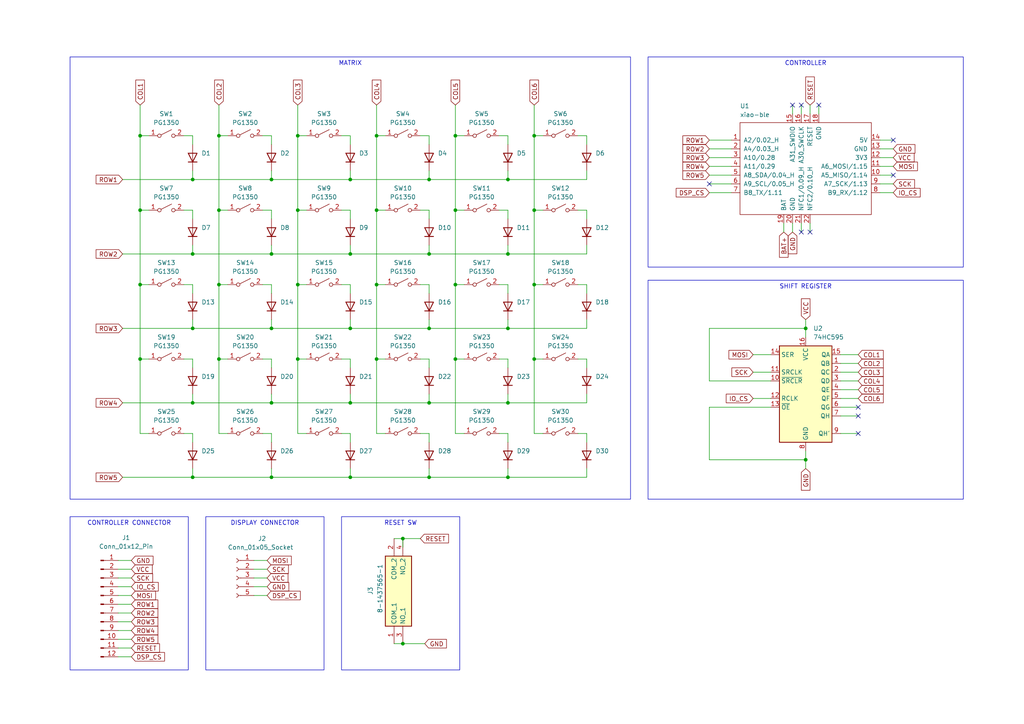
<source format=kicad_sch>
(kicad_sch (version 20231120) (generator "eeschema") (generator_version "8.0")
  (paper "A4")
  (lib_symbols
    (symbol "74xx:74HC595"
      (property "Reference" "U" (at -7.62 13.97 0))
      (property "Value" "74HC595" (at -7.62 -16.51 0))
      (symbol "74HC595_1_0"
        (pin tri_state line (at 10.16 7.62 180) (length 2.54) (name "QB") (number "1"))
        (pin input line (at -10.16 2.54 0) (length 2.54) (name "~{SRCLR}") (number "10"))
        (pin input line (at -10.16 5.08 0) (length 2.54) (name "SRCLK") (number "11"))
        (pin input line (at -10.16 -2.54 0) (length 2.54) (name "RCLK") (number "12"))
        (pin input line (at -10.16 -5.08 0) (length 2.54) (name "~{OE}") (number "13"))
        (pin input line (at -10.16 10.16 0) (length 2.54) (name "SER") (number "14"))
        (pin tri_state line (at 10.16 10.16 180) (length 2.54) (name "QA") (number "15"))
        (pin power_in line (at 0 15.24 270) (length 2.54) (name "VCC") (number "16"))
        (pin tri_state line (at 10.16 5.08 180) (length 2.54) (name "QC") (number "2"))
        (pin tri_state line (at 10.16 2.54 180) (length 2.54) (name "QD") (number "3"))
        (pin tri_state line (at 10.16 0 180) (length 2.54) (name "QE") (number "4"))
        (pin tri_state line (at 10.16 -2.54 180) (length 2.54) (name "QF") (number "5"))
        (pin tri_state line (at 10.16 -5.08 180) (length 2.54) (name "QG") (number "6"))
        (pin tri_state line (at 10.16 -7.62 180) (length 2.54) (name "QH") (number "7"))
        (pin power_in line (at 0 -17.78 90) (length 2.54) (name "GND") (number "8"))
        (pin output line (at 10.16 -12.7 180) (length 2.54) (name "QH'") (number "9"))
      )
    )
    (symbol "8-1437565-1:8-1437565-1"
      (property "Reference" "J" (at 26.67 7.62 0))
      (property "Value" "8-1437565-1" (at 26.67 5.08 0))
      (symbol "8-1437565-1_1_1"
        (pin passive line (at 0 0 0) (length 5.08) (name "COM_1") (number "1"))
        (pin passive line (at 30.48 0 180) (length 5.08) (name "COM_2") (number "2"))
        (pin passive line (at 0 -2.54 0) (length 5.08) (name "NO_1") (number "3"))
        (pin passive line (at 30.48 -2.54 180) (length 5.08) (name "NO_2") (number "4"))
      )
    )
    (symbol "Connector:Conn_01x05_Socket" (pin_names (offset 1.016) hide)
      (property "Reference" "J" (at 0 7.62 0))
      (property "Value" "Conn_01x05_Socket" (at 0 -7.62 0))
      (symbol "Conn_01x05_Socket_1_1"
        (pin passive line (at -5.08 5.08 0) (length 3.81) (name "Pin_1") (number "1"))
        (pin passive line (at -5.08 2.54 0) (length 3.81) (name "Pin_2") (number "2"))
        (pin passive line (at -5.08 0 0) (length 3.81) (name "Pin_3") (number "3"))
        (pin passive line (at -5.08 -2.54 0) (length 3.81) (name "Pin_4") (number "4"))
        (pin passive line (at -5.08 -5.08 0) (length 3.81) (name "Pin_5") (number "5"))
      )
    )
    (symbol "Connector:Conn_01x12_Pin" (pin_names (offset 1.016) hide)
      (property "Reference" "J" (at 0 15.24 0))
      (property "Value" "Conn_01x12_Pin" (at 0 -17.78 0))
      (symbol "Conn_01x12_Pin_1_1"
        (pin passive line (at 5.08 12.7 180) (length 3.81) (name "Pin_1") (number "1"))
        (pin passive line (at 5.08 -10.16 180) (length 3.81) (name "Pin_10") (number "10"))
        (pin passive line (at 5.08 -12.7 180) (length 3.81) (name "Pin_11") (number "11"))
        (pin passive line (at 5.08 -15.24 180) (length 3.81) (name "Pin_12") (number "12"))
        (pin passive line (at 5.08 10.16 180) (length 3.81) (name "Pin_2") (number "2"))
        (pin passive line (at 5.08 7.62 180) (length 3.81) (name "Pin_3") (number "3"))
        (pin passive line (at 5.08 5.08 180) (length 3.81) (name "Pin_4") (number "4"))
        (pin passive line (at 5.08 2.54 180) (length 3.81) (name "Pin_5") (number "5"))
        (pin passive line (at 5.08 0 180) (length 3.81) (name "Pin_6") (number "6"))
        (pin passive line (at 5.08 -2.54 180) (length 3.81) (name "Pin_7") (number "7"))
        (pin passive line (at 5.08 -5.08 180) (length 3.81) (name "Pin_8") (number "8"))
        (pin passive line (at 5.08 -7.62 180) (length 3.81) (name "Pin_9") (number "9"))
      )
    )
    (symbol "Device:D" (pin_numbers hide) (pin_names (offset 1.016) hide)
      (property "Reference" "D" (at 0 2.54 0))
      (property "Value" "D" (at 0 -2.54 0))
      (symbol "D_1_1"
        (pin passive line (at -3.81 0 0) (length 2.54) (name "K") (number "1"))
        (pin passive line (at 3.81 0 180) (length 2.54) (name "A") (number "2"))
      )
    )
    (symbol "Switch:SW_SPST" (pin_names (offset 0) hide)
      (property "Reference" "SW" (at 0 3.175 0))
      (property "Value" "SW_SPST" (at 0 -2.54 0))
      (symbol "SW_SPST_1_1"
        (pin passive line (at -5.08 0 0) (length 2.54) (name "A") (number "1"))
        (pin passive line (at 5.08 0 180) (length 2.54) (name "B") (number "2"))
      )
    )
    (symbol "mcu:xiao-ble" (pin_names (offset 1.016))
      (property "Reference" "U" (at -17.78 16.51 0))
      (property "Value" "xiao-ble" (at -15.24 13.97 0))
      (symbol "xiao-ble_1_1"
        (pin bidirectional line (at -21.59 7.62 0) (length 2.54) (name "A2/0.02_H") (number "1"))
        (pin bidirectional line (at 21.59 -2.54 180) (length 2.54) (name "A5_MISO/1.14") (number "10"))
        (pin bidirectional line (at 21.59 0 180) (length 2.54) (name "A6_MOSI/1.15") (number "11"))
        (pin power_out line (at 21.59 2.54 180) (length 2.54) (name "3V3") (number "12"))
        (pin power_out line (at 21.59 5.08 180) (length 2.54) (name "GND") (number "13"))
        (pin power_out line (at 21.59 7.62 180) (length 2.54) (name "5V") (number "14"))
        (pin input line (at -3.81 15.24 270) (length 2.54) (name "A31_SWDIO") (number "15"))
        (pin input line (at -1.27 15.24 270) (length 2.54) (name "A30_SWCLK") (number "16"))
        (pin input line (at 1.27 15.24 270) (length 2.54) (name "RESET") (number "17"))
        (pin power_out line (at 3.81 15.24 270) (length 2.54) (name "GND") (number "18"))
        (pin bidirectional line (at -6.35 -16.51 90) (length 2.54) (name "BAT") (number "19"))
        (pin bidirectional line (at -21.59 5.08 0) (length 2.54) (name "A4/0.03_H") (number "2"))
        (pin power_out line (at -3.81 -16.51 90) (length 2.54) (name "GND") (number "20"))
        (pin bidirectional line (at -1.27 -16.51 90) (length 2.54) (name "NFC1/0.09_H") (number "21"))
        (pin bidirectional line (at 1.27 -16.51 90) (length 2.54) (name "NFC2/0.10_H") (number "22"))
        (pin bidirectional line (at -21.59 2.54 0) (length 2.54) (name "A10/0.28") (number "3"))
        (pin bidirectional line (at -21.59 0 0) (length 2.54) (name "A11/0.29") (number "4"))
        (pin bidirectional line (at -21.59 -2.54 0) (length 2.54) (name "A8_SDA/0.04_H") (number "5"))
        (pin bidirectional line (at -21.59 -5.08 0) (length 2.54) (name "A9_SCL/0.05_H") (number "6"))
        (pin bidirectional line (at -21.59 -7.62 0) (length 2.54) (name "B8_TX/1.11") (number "7"))
        (pin bidirectional line (at 21.59 -7.62 180) (length 2.54) (name "B9_RX/1.12") (number "8"))
        (pin bidirectional line (at 21.59 -5.08 180) (length 2.54) (name "A7_SCK/1.13") (number "9"))
      )
    )
  )
  (junction (at 109.22 104.14))
  (junction (at 147.32 116.84))
  (junction (at 147.32 52.07))
  (junction (at 40.64 104.14))
  (junction (at 109.22 60.96))
  (junction (at 132.08 82.55))
  (junction (at 63.5 39.37))
  (junction (at 63.5 60.96))
  (junction (at 154.94 82.55))
  (junction (at 147.32 138.43))
  (junction (at 101.6 73.66))
  (junction (at 78.74 52.07))
  (junction (at 109.22 82.55))
  (junction (at 55.88 52.07))
  (junction (at 101.6 52.07))
  (junction (at 55.88 95.25))
  (junction (at 55.88 138.43))
  (junction (at 124.46 73.66))
  (junction (at 132.08 39.37))
  (junction (at 116.84 156.21))
  (junction (at 63.5 104.14))
  (junction (at 86.36 60.96))
  (junction (at 40.64 39.37))
  (junction (at 101.6 138.43))
  (junction (at 132.08 60.96))
  (junction (at 233.68 133.35))
  (junction (at 154.94 104.14))
  (junction (at 55.88 116.84))
  (junction (at 86.36 104.14))
  (junction (at 63.5 82.55))
  (junction (at 124.46 52.07))
  (junction (at 233.68 95.25))
  (junction (at 78.74 73.66))
  (junction (at 78.74 138.43))
  (junction (at 116.84 186.69))
  (junction (at 40.64 60.96))
  (junction (at 132.08 104.14))
  (junction (at 55.88 73.66))
  (junction (at 154.94 39.37))
  (junction (at 101.6 116.84))
  (junction (at 154.94 60.96))
  (junction (at 147.32 73.66))
  (junction (at 101.6 95.25))
  (junction (at 86.36 82.55))
  (junction (at 109.22 39.37))
  (junction (at 40.64 82.55))
  (junction (at 124.46 116.84))
  (junction (at 124.46 138.43))
  (junction (at 147.32 95.25))
  (junction (at 78.74 95.25))
  (junction (at 124.46 95.25))
  (junction (at 86.36 39.37))
  (junction (at 78.74 116.84))
  (no_connect (at 259.08 50.8))
  (no_connect (at 234.95 67.31))
  (no_connect (at 237.49 30.48))
  (no_connect (at 248.92 125.73))
  (no_connect (at 232.41 30.48))
  (no_connect (at 205.74 53.34))
  (no_connect (at 232.41 67.31))
  (no_connect (at 259.08 40.64))
  (no_connect (at 229.87 30.48))
  (no_connect (at 248.92 118.11))
  (no_connect (at 248.92 120.65))
  (wire (pts (xy 132.08 104.14) (xy 134.62 104.14)))
  (wire (pts (xy 55.88 125.73) (xy 55.88 128.27)))
  (wire (pts (xy 233.68 92.71) (xy 233.68 95.25)))
  (wire (pts (xy 78.74 39.37) (xy 78.74 41.91)))
  (wire (pts (xy 132.08 39.37) (xy 134.62 39.37)))
  (wire (pts (xy 38.1 165.1) (xy 34.29 165.1)))
  (wire (pts (xy 63.5 125.73) (xy 66.04 125.73)))
  (wire (pts (xy 38.1 170.18) (xy 34.29 170.18)))
  (wire (pts (xy 233.68 130.81) (xy 233.68 133.35)))
  (wire (pts (xy 38.1 175.26) (xy 34.29 175.26)))
  (wire (pts (xy 147.32 138.43) (xy 170.18 138.43)))
  (wire (pts (xy 86.36 60.96) (xy 88.9 60.96)))
  (wire (pts (xy 132.08 82.55) (xy 134.62 82.55)))
  (wire (pts (xy 124.46 92.71) (xy 124.46 95.25)))
  (wire (pts (xy 205.74 53.34) (xy 212.09 53.34)))
  (wire (pts (xy 147.32 82.55) (xy 147.32 85.09)))
  (wire (pts (xy 86.36 39.37) (xy 88.9 39.37)))
  (wire (pts (xy 255.27 43.18) (xy 259.08 43.18)))
  (wire (pts (xy 167.64 104.14) (xy 170.18 104.14)))
  (wire (pts (xy 63.5 60.96) (xy 63.5 82.55)))
  (wire (pts (xy 101.6 125.73) (xy 101.6 128.27)))
  (wire (pts (xy 55.88 116.84) (xy 78.74 116.84)))
  (wire (pts (xy 78.74 73.66) (xy 101.6 73.66)))
  (wire (pts (xy 147.32 39.37) (xy 147.32 41.91)))
  (wire (pts (xy 243.84 120.65) (xy 248.92 120.65)))
  (wire (pts (xy 55.88 82.55) (xy 55.88 85.09)))
  (wire (pts (xy 147.32 114.3) (xy 147.32 116.84)))
  (wire (pts (xy 78.74 52.07) (xy 101.6 52.07)))
  (wire (pts (xy 63.5 60.96) (xy 66.04 60.96)))
  (wire (pts (xy 101.6 60.96) (xy 101.6 63.5)))
  (wire (pts (xy 124.46 49.53) (xy 124.46 52.07)))
  (wire (pts (xy 232.41 64.77) (xy 232.41 67.31)))
  (wire (pts (xy 154.94 104.14) (xy 154.94 125.73)))
  (wire (pts (xy 76.2 39.37) (xy 78.74 39.37)))
  (wire (pts (xy 154.94 82.55) (xy 154.94 104.14)))
  (wire (pts (xy 124.46 116.84) (xy 147.32 116.84)))
  (wire (pts (xy 154.94 60.96) (xy 157.48 60.96)))
  (wire (pts (xy 40.64 82.55) (xy 43.18 82.55)))
  (wire (pts (xy 63.5 82.55) (xy 66.04 82.55)))
  (wire (pts (xy 76.2 60.96) (xy 78.74 60.96)))
  (wire (pts (xy 109.22 60.96) (xy 111.76 60.96)))
  (wire (pts (xy 78.74 95.25) (xy 101.6 95.25)))
  (wire (pts (xy 132.08 82.55) (xy 132.08 104.14)))
  (wire (pts (xy 147.32 71.12) (xy 147.32 73.66)))
  (wire (pts (xy 101.6 114.3) (xy 101.6 116.84)))
  (wire (pts (xy 233.68 95.25) (xy 233.68 97.79)))
  (wire (pts (xy 38.1 177.8) (xy 34.29 177.8)))
  (wire (pts (xy 170.18 39.37) (xy 170.18 41.91)))
  (wire (pts (xy 101.6 95.25) (xy 124.46 95.25)))
  (wire (pts (xy 154.94 39.37) (xy 154.94 60.96)))
  (wire (pts (xy 78.74 92.71) (xy 78.74 95.25)))
  (wire (pts (xy 121.92 39.37) (xy 124.46 39.37)))
  (wire (pts (xy 147.32 60.96) (xy 147.32 63.5)))
  (wire (pts (xy 229.87 64.77) (xy 229.87 67.31)))
  (wire (pts (xy 73.66 167.64) (xy 77.47 167.64)))
  (wire (pts (xy 109.22 125.73) (xy 111.76 125.73)))
  (wire (pts (xy 243.84 113.03) (xy 248.92 113.03)))
  (wire (pts (xy 121.92 82.55) (xy 124.46 82.55)))
  (wire (pts (xy 147.32 95.25) (xy 170.18 95.25)))
  (wire (pts (xy 63.5 39.37) (xy 66.04 39.37)))
  (wire (pts (xy 121.92 60.96) (xy 124.46 60.96)))
  (wire (pts (xy 255.27 45.72) (xy 259.08 45.72)))
  (wire (pts (xy 63.5 104.14) (xy 63.5 125.73)))
  (wire (pts (xy 132.08 39.37) (xy 132.08 60.96)))
  (wire (pts (xy 101.6 116.84) (xy 124.46 116.84)))
  (wire (pts (xy 86.36 30.48) (xy 86.36 39.37)))
  (wire (pts (xy 101.6 39.37) (xy 101.6 41.91)))
  (wire (pts (xy 40.64 104.14) (xy 40.64 125.73)))
  (wire (pts (xy 73.66 172.72) (xy 77.47 172.72)))
  (wire (pts (xy 167.64 125.73) (xy 170.18 125.73)))
  (wire (pts (xy 38.1 180.34) (xy 34.29 180.34)))
  (wire (pts (xy 124.46 73.66) (xy 147.32 73.66)))
  (wire (pts (xy 255.27 53.34) (xy 259.08 53.34)))
  (wire (pts (xy 78.74 104.14) (xy 78.74 106.68)))
  (wire (pts (xy 38.1 172.72) (xy 34.29 172.72)))
  (wire (pts (xy 53.34 39.37) (xy 55.88 39.37)))
  (wire (pts (xy 205.74 133.35) (xy 205.74 118.11)))
  (wire (pts (xy 144.78 39.37) (xy 147.32 39.37)))
  (wire (pts (xy 147.32 49.53) (xy 147.32 52.07)))
  (wire (pts (xy 55.88 104.14) (xy 55.88 106.68)))
  (wire (pts (xy 132.08 104.14) (xy 132.08 125.73)))
  (wire (pts (xy 144.78 60.96) (xy 147.32 60.96)))
  (wire (pts (xy 99.06 60.96) (xy 101.6 60.96)))
  (wire (pts (xy 205.74 118.11) (xy 223.52 118.11)))
  (wire (pts (xy 55.88 49.53) (xy 55.88 52.07)))
  (wire (pts (xy 205.74 50.8) (xy 212.09 50.8)))
  (wire (pts (xy 132.08 60.96) (xy 134.62 60.96)))
  (wire (pts (xy 124.46 135.89) (xy 124.46 138.43)))
  (wire (pts (xy 170.18 52.07) (xy 170.18 49.53)))
  (wire (pts (xy 147.32 116.84) (xy 170.18 116.84)))
  (wire (pts (xy 86.36 104.14) (xy 88.9 104.14)))
  (wire (pts (xy 86.36 125.73) (xy 88.9 125.73)))
  (wire (pts (xy 55.88 71.12) (xy 55.88 73.66)))
  (wire (pts (xy 243.84 125.73) (xy 248.92 125.73)))
  (wire (pts (xy 40.64 60.96) (xy 40.64 82.55)))
  (wire (pts (xy 73.66 170.18) (xy 77.47 170.18)))
  (wire (pts (xy 73.66 162.56) (xy 77.47 162.56)))
  (wire (pts (xy 147.32 73.66) (xy 170.18 73.66)))
  (wire (pts (xy 35.56 116.84) (xy 55.88 116.84)))
  (wire (pts (xy 229.87 30.48) (xy 229.87 33.02)))
  (wire (pts (xy 154.94 82.55) (xy 157.48 82.55)))
  (wire (pts (xy 55.88 95.25) (xy 78.74 95.25)))
  (wire (pts (xy 101.6 82.55) (xy 101.6 85.09)))
  (wire (pts (xy 78.74 138.43) (xy 101.6 138.43)))
  (wire (pts (xy 154.94 125.73) (xy 157.48 125.73)))
  (wire (pts (xy 53.34 60.96) (xy 55.88 60.96)))
  (wire (pts (xy 40.64 82.55) (xy 40.64 104.14)))
  (wire (pts (xy 167.64 82.55) (xy 170.18 82.55)))
  (wire (pts (xy 147.32 92.71) (xy 147.32 95.25)))
  (wire (pts (xy 243.84 102.87) (xy 248.92 102.87)))
  (wire (pts (xy 147.32 104.14) (xy 147.32 106.68)))
  (wire (pts (xy 38.1 162.56) (xy 34.29 162.56)))
  (wire (pts (xy 101.6 49.53) (xy 101.6 52.07)))
  (wire (pts (xy 109.22 104.14) (xy 109.22 125.73)))
  (wire (pts (xy 78.74 82.55) (xy 78.74 85.09)))
  (wire (pts (xy 132.08 30.48) (xy 132.08 39.37)))
  (wire (pts (xy 170.18 104.14) (xy 170.18 106.68)))
  (wire (pts (xy 78.74 116.84) (xy 101.6 116.84)))
  (wire (pts (xy 233.68 95.25) (xy 205.74 95.25)))
  (wire (pts (xy 124.46 71.12) (xy 124.46 73.66)))
  (wire (pts (xy 99.06 82.55) (xy 101.6 82.55)))
  (wire (pts (xy 63.5 39.37) (xy 63.5 60.96)))
  (wire (pts (xy 63.5 104.14) (xy 66.04 104.14)))
  (wire (pts (xy 243.84 107.95) (xy 248.92 107.95)))
  (wire (pts (xy 255.27 55.88) (xy 259.08 55.88)))
  (wire (pts (xy 255.27 50.8) (xy 259.08 50.8)))
  (wire (pts (xy 170.18 82.55) (xy 170.18 85.09)))
  (wire (pts (xy 109.22 82.55) (xy 111.76 82.55)))
  (wire (pts (xy 218.44 102.87) (xy 223.52 102.87)))
  (wire (pts (xy 55.88 73.66) (xy 78.74 73.66)))
  (wire (pts (xy 232.41 30.48) (xy 232.41 33.02)))
  (wire (pts (xy 144.78 104.14) (xy 147.32 104.14)))
  (wire (pts (xy 116.84 156.21) (xy 116.84 158.75)))
  (wire (pts (xy 86.36 82.55) (xy 88.9 82.55)))
  (wire (pts (xy 227.33 64.77) (xy 227.33 67.31)))
  (wire (pts (xy 170.18 60.96) (xy 170.18 63.5)))
  (wire (pts (xy 40.64 60.96) (xy 43.18 60.96)))
  (wire (pts (xy 124.46 82.55) (xy 124.46 85.09)))
  (wire (pts (xy 55.88 60.96) (xy 55.88 63.5)))
  (wire (pts (xy 121.92 125.73) (xy 124.46 125.73)))
  (wire (pts (xy 78.74 71.12) (xy 78.74 73.66)))
  (wire (pts (xy 116.84 186.69) (xy 123.19 186.69)))
  (wire (pts (xy 38.1 185.42) (xy 34.29 185.42)))
  (wire (pts (xy 40.64 104.14) (xy 43.18 104.14)))
  (wire (pts (xy 243.84 115.57) (xy 248.92 115.57)))
  (wire (pts (xy 237.49 30.48) (xy 237.49 33.02)))
  (wire (pts (xy 78.74 49.53) (xy 78.74 52.07)))
  (wire (pts (xy 205.74 55.88) (xy 212.09 55.88)))
  (wire (pts (xy 114.3 186.69) (xy 116.84 186.69)))
  (wire (pts (xy 154.94 39.37) (xy 157.48 39.37)))
  (wire (pts (xy 124.46 114.3) (xy 124.46 116.84)))
  (wire (pts (xy 234.95 30.48) (xy 234.95 33.02)))
  (wire (pts (xy 35.56 73.66) (xy 55.88 73.66)))
  (wire (pts (xy 53.34 82.55) (xy 55.88 82.55)))
  (wire (pts (xy 121.92 104.14) (xy 124.46 104.14)))
  (wire (pts (xy 144.78 82.55) (xy 147.32 82.55)))
  (wire (pts (xy 38.1 182.88) (xy 34.29 182.88)))
  (wire (pts (xy 55.88 135.89) (xy 55.88 138.43)))
  (wire (pts (xy 243.84 105.41) (xy 248.92 105.41)))
  (wire (pts (xy 76.2 104.14) (xy 78.74 104.14)))
  (wire (pts (xy 101.6 135.89) (xy 101.6 138.43)))
  (wire (pts (xy 218.44 115.57) (xy 223.52 115.57)))
  (wire (pts (xy 124.46 125.73) (xy 124.46 128.27)))
  (wire (pts (xy 109.22 104.14) (xy 111.76 104.14)))
  (wire (pts (xy 109.22 60.96) (xy 109.22 82.55)))
  (wire (pts (xy 55.88 52.07) (xy 78.74 52.07)))
  (wire (pts (xy 132.08 60.96) (xy 132.08 82.55)))
  (wire (pts (xy 78.74 114.3) (xy 78.74 116.84)))
  (wire (pts (xy 109.22 82.55) (xy 109.22 104.14)))
  (wire (pts (xy 124.46 104.14) (xy 124.46 106.68)))
  (wire (pts (xy 170.18 138.43) (xy 170.18 135.89)))
  (wire (pts (xy 205.74 43.18) (xy 212.09 43.18)))
  (wire (pts (xy 124.46 60.96) (xy 124.46 63.5)))
  (wire (pts (xy 55.88 92.71) (xy 55.88 95.25)))
  (wire (pts (xy 86.36 82.55) (xy 86.36 104.14)))
  (wire (pts (xy 73.66 165.1) (xy 77.47 165.1)))
  (wire (pts (xy 34.29 190.5) (xy 38.1 190.5)))
  (wire (pts (xy 132.08 125.73) (xy 134.62 125.73)))
  (wire (pts (xy 147.32 52.07) (xy 170.18 52.07)))
  (wire (pts (xy 243.84 118.11) (xy 248.92 118.11)))
  (wire (pts (xy 255.27 48.26) (xy 259.08 48.26)))
  (wire (pts (xy 86.36 104.14) (xy 86.36 125.73)))
  (wire (pts (xy 124.46 39.37) (xy 124.46 41.91)))
  (wire (pts (xy 40.64 39.37) (xy 43.18 39.37)))
  (wire (pts (xy 234.95 64.77) (xy 234.95 67.31)))
  (wire (pts (xy 35.56 52.07) (xy 55.88 52.07)))
  (wire (pts (xy 255.27 40.64) (xy 259.08 40.64)))
  (wire (pts (xy 40.64 39.37) (xy 40.64 60.96)))
  (wire (pts (xy 53.34 104.14) (xy 55.88 104.14)))
  (wire (pts (xy 170.18 73.66) (xy 170.18 71.12)))
  (wire (pts (xy 101.6 92.71) (xy 101.6 95.25)))
  (wire (pts (xy 78.74 135.89) (xy 78.74 138.43)))
  (wire (pts (xy 243.84 110.49) (xy 248.92 110.49)))
  (wire (pts (xy 205.74 95.25) (xy 205.74 110.49)))
  (wire (pts (xy 167.64 39.37) (xy 170.18 39.37)))
  (wire (pts (xy 99.06 39.37) (xy 101.6 39.37)))
  (wire (pts (xy 78.74 125.73) (xy 78.74 128.27)))
  (wire (pts (xy 147.32 125.73) (xy 147.32 128.27)))
  (wire (pts (xy 99.06 104.14) (xy 101.6 104.14)))
  (wire (pts (xy 170.18 125.73) (xy 170.18 128.27)))
  (wire (pts (xy 114.3 156.21) (xy 116.84 156.21)))
  (wire (pts (xy 86.36 39.37) (xy 86.36 60.96)))
  (wire (pts (xy 63.5 82.55) (xy 63.5 104.14)))
  (wire (pts (xy 35.56 138.43) (xy 55.88 138.43)))
  (wire (pts (xy 109.22 39.37) (xy 109.22 60.96)))
  (wire (pts (xy 86.36 60.96) (xy 86.36 82.55)))
  (wire (pts (xy 76.2 125.73) (xy 78.74 125.73)))
  (wire (pts (xy 109.22 39.37) (xy 111.76 39.37)))
  (wire (pts (xy 63.5 30.48) (xy 63.5 39.37)))
  (wire (pts (xy 170.18 116.84) (xy 170.18 114.3)))
  (wire (pts (xy 167.64 60.96) (xy 170.18 60.96)))
  (wire (pts (xy 154.94 60.96) (xy 154.94 82.55)))
  (wire (pts (xy 101.6 71.12) (xy 101.6 73.66)))
  (wire (pts (xy 144.78 125.73) (xy 147.32 125.73)))
  (wire (pts (xy 53.34 125.73) (xy 55.88 125.73)))
  (wire (pts (xy 109.22 30.48) (xy 109.22 39.37)))
  (wire (pts (xy 233.68 133.35) (xy 205.74 133.35)))
  (wire (pts (xy 124.46 52.07) (xy 147.32 52.07)))
  (wire (pts (xy 205.74 40.64) (xy 212.09 40.64)))
  (wire (pts (xy 154.94 104.14) (xy 157.48 104.14)))
  (wire (pts (xy 205.74 48.26) (xy 212.09 48.26)))
  (wire (pts (xy 76.2 82.55) (xy 78.74 82.55)))
  (wire (pts (xy 78.74 60.96) (xy 78.74 63.5)))
  (wire (pts (xy 101.6 73.66) (xy 124.46 73.66)))
  (wire (pts (xy 40.64 125.73) (xy 43.18 125.73)))
  (wire (pts (xy 124.46 95.25) (xy 147.32 95.25)))
  (wire (pts (xy 101.6 104.14) (xy 101.6 106.68)))
  (wire (pts (xy 55.88 138.43) (xy 78.74 138.43)))
  (wire (pts (xy 55.88 39.37) (xy 55.88 41.91)))
  (wire (pts (xy 40.64 30.48) (xy 40.64 39.37)))
  (wire (pts (xy 233.68 133.35) (xy 233.68 135.89)))
  (wire (pts (xy 35.56 95.25) (xy 55.88 95.25)))
  (wire (pts (xy 38.1 187.96) (xy 34.29 187.96)))
  (wire (pts (xy 205.74 110.49) (xy 223.52 110.49)))
  (wire (pts (xy 121.92 156.21) (xy 116.84 156.21)))
  (wire (pts (xy 205.74 45.72) (xy 212.09 45.72)))
  (wire (pts (xy 124.46 138.43) (xy 147.32 138.43)))
  (wire (pts (xy 170.18 95.25) (xy 170.18 92.71)))
  (wire (pts (xy 55.88 114.3) (xy 55.88 116.84)))
  (wire (pts (xy 101.6 52.07) (xy 124.46 52.07)))
  (wire (pts (xy 99.06 125.73) (xy 101.6 125.73)))
  (wire (pts (xy 218.44 107.95) (xy 223.52 107.95)))
  (wire (pts (xy 147.32 135.89) (xy 147.32 138.43)))
  (wire (pts (xy 38.1 167.64) (xy 34.29 167.64)))
  (wire (pts (xy 101.6 138.43) (xy 124.46 138.43)))
  (wire (pts (xy 154.94 30.48) (xy 154.94 39.37)))
  (text_box "SHIFT REGISTER" (at 187.96 81.28 0) (size 91.44 63.5) (effects (font (size 1.27 1.27)) (justify top)))
  (text_box "MATRIX" (at 20.32 16.51 0) (size 162.56 128.27) (effects (font (size 1.27 1.27)) (justify top)))
  (text_box "DISPLAY CONNECTOR\n" (at 59.69 149.86 0) (size 34.29 44.45) (effects (font (size 1.27 1.27)) (justify top)))
  (text_box "CONTROLLER" (at 187.96 16.51 0) (size 91.44 60.96) (effects (font (size 1.27 1.27)) (justify top)))
  (text_box "RESET SW" (at 99.06 149.86 0) (size 34.29 44.45) (effects (font (size 1.27 1.27)) (justify top)))
  (text_box "CONTROLLER CONNECTOR" (at 20.32 149.86 0) (size 34.29 44.45) (effects (font (size 1.27 1.27)) (justify top)))
  (global_label "VCC" (shape input) (at 233.68 92.71 90) (property "Intersheetrefs" "${INTERSHEET_REFS}" (effects (hide yes))))
  (global_label "COL1" (shape input) (at 248.92 102.87 0) (property "Intersheetrefs" "${INTERSHEET_REFS}" (effects (hide yes))))
  (global_label "ROW5" (shape input) (at 35.56 138.43 180) (property "Intersheetrefs" "${INTERSHEET_REFS}" (effects (hide yes))))
  (global_label "IO_CS" (shape input) (at 38.1 170.18 0) (property "Intersheetrefs" "${INTERSHEET_REFS}" (effects (hide yes))))
  (global_label "COL3" (shape input) (at 248.92 107.95 0) (property "Intersheetrefs" "${INTERSHEET_REFS}" (effects (hide yes))))
  (global_label "COL6" (shape input) (at 154.94 30.48 90) (property "Intersheetrefs" "${INTERSHEET_REFS}" (effects (hide yes))))
  (global_label "IO_CS" (shape input) (at 259.08 55.88 0) (property "Intersheetrefs" "${INTERSHEET_REFS}" (effects (hide yes))))
  (global_label "BAT+" (shape input) (at 227.33 67.31 270) (property "Intersheetrefs" "${INTERSHEET_REFS}" (effects (hide yes))))
  (global_label "SCK" (shape input) (at 38.1 167.64 0) (property "Intersheetrefs" "${INTERSHEET_REFS}" (effects (hide yes))))
  (global_label "GND" (shape input) (at 259.08 43.18 0) (property "Intersheetrefs" "${INTERSHEET_REFS}" (effects (hide yes))))
  (global_label "ROW2" (shape input) (at 35.56 73.66 180) (property "Intersheetrefs" "${INTERSHEET_REFS}" (effects (hide yes))))
  (global_label "COL4" (shape input) (at 248.92 110.49 0) (property "Intersheetrefs" "${INTERSHEET_REFS}" (effects (hide yes))))
  (global_label "MOSI" (shape input) (at 259.08 48.26 0) (property "Intersheetrefs" "${INTERSHEET_REFS}" (effects (hide yes))))
  (global_label "VCC" (shape input) (at 38.1 165.1 0) (property "Intersheetrefs" "${INTERSHEET_REFS}" (effects (hide yes))))
  (global_label "ROW1" (shape input) (at 38.1 175.26 0) (property "Intersheetrefs" "${INTERSHEET_REFS}" (effects (hide yes))))
  (global_label "ROW1" (shape input) (at 205.74 40.64 180) (property "Intersheetrefs" "${INTERSHEET_REFS}" (effects (hide yes))))
  (global_label "COL1" (shape input) (at 40.64 30.48 90) (property "Intersheetrefs" "${INTERSHEET_REFS}" (effects (hide yes))))
  (global_label "COL6" (shape input) (at 248.92 115.57 0) (property "Intersheetrefs" "${INTERSHEET_REFS}" (effects (hide yes))))
  (global_label "RESET" (shape input) (at 38.1 187.96 0) (property "Intersheetrefs" "${INTERSHEET_REFS}" (effects (hide yes))))
  (global_label "ROW3" (shape input) (at 205.74 45.72 180) (property "Intersheetrefs" "${INTERSHEET_REFS}" (effects (hide yes))))
  (global_label "COL5" (shape input) (at 132.08 30.48 90) (property "Intersheetrefs" "${INTERSHEET_REFS}" (effects (hide yes))))
  (global_label "COL5" (shape input) (at 248.92 113.03 0) (property "Intersheetrefs" "${INTERSHEET_REFS}" (effects (hide yes))))
  (global_label "ROW4" (shape input) (at 205.74 48.26 180) (property "Intersheetrefs" "${INTERSHEET_REFS}" (effects (hide yes))))
  (global_label "SCK" (shape input) (at 77.47 165.1 0) (property "Intersheetrefs" "${INTERSHEET_REFS}" (effects (hide yes))))
  (global_label "RESET" (shape input) (at 121.92 156.21 0) (property "Intersheetrefs" "${INTERSHEET_REFS}" (effects (hide yes))))
  (global_label "ROW4" (shape input) (at 38.1 182.88 0) (property "Intersheetrefs" "${INTERSHEET_REFS}" (effects (hide yes))))
  (global_label "GND" (shape input) (at 229.87 67.31 270) (property "Intersheetrefs" "${INTERSHEET_REFS}" (effects (hide yes))))
  (global_label "IO_CS" (shape input) (at 218.44 115.57 180) (property "Intersheetrefs" "${INTERSHEET_REFS}" (effects (hide yes))))
  (global_label "SCK" (shape input) (at 259.08 53.34 0) (property "Intersheetrefs" "${INTERSHEET_REFS}" (effects (hide yes))))
  (global_label "ROW4" (shape input) (at 35.56 116.84 180) (property "Intersheetrefs" "${INTERSHEET_REFS}" (effects (hide yes))))
  (global_label "RESET" (shape input) (at 234.95 30.48 90) (property "Intersheetrefs" "${INTERSHEET_REFS}" (effects (hide yes))))
  (global_label "MOSI" (shape input) (at 77.47 162.56 0) (property "Intersheetrefs" "${INTERSHEET_REFS}" (effects (hide yes))))
  (global_label "GND" (shape input) (at 233.68 135.89 270) (property "Intersheetrefs" "${INTERSHEET_REFS}" (effects (hide yes))))
  (global_label "DSP_CS" (shape input) (at 77.47 172.72 0) (property "Intersheetrefs" "${INTERSHEET_REFS}" (effects (hide yes))))
  (global_label "COL2" (shape input) (at 248.92 105.41 0) (property "Intersheetrefs" "${INTERSHEET_REFS}" (effects (hide yes))))
  (global_label "ROW5" (shape input) (at 205.74 50.8 180) (property "Intersheetrefs" "${INTERSHEET_REFS}" (effects (hide yes))))
  (global_label "MOSI" (shape input) (at 38.1 172.72 0) (property "Intersheetrefs" "${INTERSHEET_REFS}" (effects (hide yes))))
  (global_label "COL3" (shape input) (at 86.36 30.48 90) (property "Intersheetrefs" "${INTERSHEET_REFS}" (effects (hide yes))))
  (global_label "GND" (shape input) (at 38.1 162.56 0) (property "Intersheetrefs" "${INTERSHEET_REFS}" (effects (hide yes))))
  (global_label "ROW3" (shape input) (at 38.1 180.34 0) (property "Intersheetrefs" "${INTERSHEET_REFS}" (effects (hide yes))))
  (global_label "COL2" (shape input) (at 63.5 30.48 90) (property "Intersheetrefs" "${INTERSHEET_REFS}" (effects (hide yes))))
  (global_label "ROW2" (shape input) (at 38.1 177.8 0) (property "Intersheetrefs" "${INTERSHEET_REFS}" (effects (hide yes))))
  (global_label "GND" (shape input) (at 123.19 186.69 0) (property "Intersheetrefs" "${INTERSHEET_REFS}" (effects (hide yes))))
  (global_label "SCK" (shape input) (at 218.44 107.95 180) (property "Intersheetrefs" "${INTERSHEET_REFS}" (effects (hide yes))))
  (global_label "ROW1" (shape input) (at 35.56 52.07 180) (property "Intersheetrefs" "${INTERSHEET_REFS}" (effects (hide yes))))
  (global_label "COL4" (shape input) (at 109.22 30.48 90) (property "Intersheetrefs" "${INTERSHEET_REFS}" (effects (hide yes))))
  (global_label "GND" (shape input) (at 77.47 170.18 0) (property "Intersheetrefs" "${INTERSHEET_REFS}" (effects (hide yes))))
  (global_label "MOSI" (shape input) (at 218.44 102.87 180) (property "Intersheetrefs" "${INTERSHEET_REFS}" (effects (hide yes))))
  (global_label "DSP_CS" (shape input) (at 205.74 55.88 180) (property "Intersheetrefs" "${INTERSHEET_REFS}" (effects (hide yes))))
  (global_label "ROW2" (shape input) (at 205.74 43.18 180) (property "Intersheetrefs" "${INTERSHEET_REFS}" (effects (hide yes))))
  (global_label "ROW3" (shape input) (at 35.56 95.25 180) (property "Intersheetrefs" "${INTERSHEET_REFS}" (effects (hide yes))))
  (global_label "ROW5" (shape input) (at 38.1 185.42 0) (property "Intersheetrefs" "${INTERSHEET_REFS}" (effects (hide yes))))
  (global_label "DSP_CS" (shape input) (at 38.1 190.5 0) (property "Intersheetrefs" "${INTERSHEET_REFS}" (effects (hide yes))))
  (global_label "VCC" (shape input) (at 77.47 167.64 0) (property "Intersheetrefs" "${INTERSHEET_REFS}" (effects (hide yes))))
  (global_label "VCC" (shape input) (at 259.08 45.72 0) (property "Intersheetrefs" "${INTERSHEET_REFS}" (effects (hide yes))))
  (symbol (lib_id "74xx:74HC595") (at 233.68 113.03 0) (unit 1)
    (property "Reference" "U2" (at 235.8741 95.25 0) (effects (justify left)))
    (property "Value" "74HC595" (at 235.8741 97.79 0) (effects (justify left)))
    (property "Footprint" "Package_SO:SO-16_3.9x9.9mm_P1.27mm" (effects (hide yes)))
    (property "Datasheet" "http://www.ti.com/lit/ds/symlink/sn74hc595.pdf" (effects (hide yes)))
    (property "Description" "8-bit serial in/out Shift Register 3-State Outputs" (effects (hide yes)))
  )
  (symbol (lib_id "Switch:SW_SPST") (at 162.56 39.37 0) (unit 1)
    (property "Reference" "SW6" (at 162.56 33.02 0))
    (property "Value" "PG1350" (at 162.56 35.56 0))
    (property "Footprint" "pg1350:pg1350-HCN" (effects (hide yes)))
    (property "Description" "Single Pole Single Throw (SPST) switch" (effects (hide yes)))
  )
  (symbol (lib_id "Device:D") (at 55.88 45.72 90) (unit 1)
    (property "Reference" "D1" (at 58.42 44.4499 90) (effects (justify right)))
    (property "Value" "D" (effects (hide yes)))
    (property "Footprint" "Diode_SMD:D_SOD-123" (effects (hide yes)))
    (property "Description" "Diode" (effects (hide yes)))
    (property "Sim.Device" "D" (effects (hide yes)))
    (property "Sim.Pins" "1=K 2=A" (effects (hide yes)))
  )
  (symbol (lib_id "Switch:SW_SPST") (at 71.12 60.96 0) (unit 1)
    (property "Reference" "SW8" (at 71.12 54.61 0))
    (property "Value" "PG1350" (at 71.12 57.15 0))
    (property "Footprint" "pg1350:pg1350-HCN" (effects (hide yes)))
    (property "Description" "Single Pole Single Throw (SPST) switch" (effects (hide yes)))
  )
  (symbol (lib_id "Switch:SW_SPST") (at 116.84 82.55 0) (unit 1)
    (property "Reference" "SW16" (at 116.84 76.2 0))
    (property "Value" "PG1350" (at 116.84 78.74 0))
    (property "Footprint" "pg1350:pg1350-HCN" (effects (hide yes)))
    (property "Description" "Single Pole Single Throw (SPST) switch" (effects (hide yes)))
  )
  (symbol (lib_id "Device:D") (at 147.32 88.9 90) (unit 1)
    (property "Reference" "D17" (at 149.86 87.6299 90) (effects (justify right)))
    (property "Value" "D" (effects (hide yes)))
    (property "Footprint" "Diode_SMD:D_SOD-123" (effects (hide yes)))
    (property "Description" "Diode" (effects (hide yes)))
    (property "Sim.Device" "D" (effects (hide yes)))
    (property "Sim.Pins" "1=K 2=A" (effects (hide yes)))
  )
  (symbol (lib_id "Device:D") (at 78.74 88.9 90) (unit 1)
    (property "Reference" "D14" (at 81.28 87.6299 90) (effects (justify right)))
    (property "Value" "D" (effects (hide yes)))
    (property "Footprint" "Diode_SMD:D_SOD-123" (effects (hide yes)))
    (property "Description" "Diode" (effects (hide yes)))
    (property "Sim.Device" "D" (effects (hide yes)))
    (property "Sim.Pins" "1=K 2=A" (effects (hide yes)))
  )
  (symbol (lib_id "Switch:SW_SPST") (at 116.84 125.73 0) (unit 1)
    (property "Reference" "SW28" (at 116.84 119.38 0))
    (property "Value" "PG1350" (at 116.84 121.92 0))
    (property "Footprint" "pg1350:pg1350-HCN" (effects (hide yes)))
    (property "Description" "Single Pole Single Throw (SPST) switch" (effects (hide yes)))
  )
  (symbol (lib_id "Switch:SW_SPST") (at 71.12 82.55 0) (unit 1)
    (property "Reference" "SW14" (at 71.12 76.2 0))
    (property "Value" "PG1350" (at 71.12 78.74 0))
    (property "Footprint" "pg1350:pg1350-HCN" (effects (hide yes)))
    (property "Description" "Single Pole Single Throw (SPST) switch" (effects (hide yes)))
  )
  (symbol (lib_id "Device:D") (at 124.46 88.9 90) (unit 1)
    (property "Reference" "D16" (at 127 87.6299 90) (effects (justify right)))
    (property "Value" "D" (effects (hide yes)))
    (property "Footprint" "Diode_SMD:D_SOD-123" (effects (hide yes)))
    (property "Description" "Diode" (effects (hide yes)))
    (property "Sim.Device" "D" (effects (hide yes)))
    (property "Sim.Pins" "1=K 2=A" (effects (hide yes)))
  )
  (symbol (lib_id "Device:D") (at 55.88 110.49 90) (unit 1)
    (property "Reference" "D19" (at 58.42 109.2199 90) (effects (justify right)))
    (property "Value" "D" (effects (hide yes)))
    (property "Footprint" "Diode_SMD:D_SOD-123" (effects (hide yes)))
    (property "Description" "Diode" (effects (hide yes)))
    (property "Sim.Device" "D" (effects (hide yes)))
    (property "Sim.Pins" "1=K 2=A" (effects (hide yes)))
  )
  (symbol (lib_id "Switch:SW_SPST") (at 139.7 82.55 0) (unit 1)
    (property "Reference" "SW17" (at 139.7 76.2 0))
    (property "Value" "PG1350" (at 139.7 78.74 0))
    (property "Footprint" "pg1350:pg1350-HCN" (effects (hide yes)))
    (property "Description" "Single Pole Single Throw (SPST) switch" (effects (hide yes)))
  )
  (symbol (lib_id "Device:D") (at 55.88 67.31 90) (unit 1)
    (property "Reference" "D7" (at 58.42 66.0399 90) (effects (justify right)))
    (property "Value" "D" (effects (hide yes)))
    (property "Footprint" "Diode_SMD:D_SOD-123" (effects (hide yes)))
    (property "Description" "Diode" (effects (hide yes)))
    (property "Sim.Device" "D" (effects (hide yes)))
    (property "Sim.Pins" "1=K 2=A" (effects (hide yes)))
  )
  (symbol (lib_id "Switch:SW_SPST") (at 116.84 60.96 0) (unit 1)
    (property "Reference" "SW10" (at 116.84 54.61 0))
    (property "Value" "PG1350" (at 116.84 57.15 0))
    (property "Footprint" "pg1350:pg1350-HCN" (effects (hide yes)))
    (property "Description" "Single Pole Single Throw (SPST) switch" (effects (hide yes)))
  )
  (symbol (lib_id "Switch:SW_SPST") (at 71.12 125.73 0) (unit 1)
    (property "Reference" "SW26" (at 71.12 119.38 0))
    (property "Value" "PG1350" (at 71.12 121.92 0))
    (property "Footprint" "pg1350:pg1350-HCN" (effects (hide yes)))
    (property "Description" "Single Pole Single Throw (SPST) switch" (effects (hide yes)))
  )
  (symbol (lib_id "Switch:SW_SPST") (at 139.7 39.37 0) (unit 1)
    (property "Reference" "SW5" (at 139.7 33.02 0))
    (property "Value" "PG1350" (at 139.7 35.56 0))
    (property "Footprint" "pg1350:pg1350-HCN" (effects (hide yes)))
    (property "Description" "Single Pole Single Throw (SPST) switch" (effects (hide yes)))
  )
  (symbol (lib_id "Switch:SW_SPST") (at 116.84 39.37 0) (unit 1)
    (property "Reference" "SW4" (at 116.84 33.02 0))
    (property "Value" "PG1350" (at 116.84 35.56 0))
    (property "Footprint" "pg1350:pg1350-HCN" (effects (hide yes)))
    (property "Description" "Single Pole Single Throw (SPST) switch" (effects (hide yes)))
  )
  (symbol (lib_id "Switch:SW_SPST") (at 139.7 104.14 0) (unit 1)
    (property "Reference" "SW23" (at 139.7 97.79 0))
    (property "Value" "PG1350" (at 139.7 100.33 0))
    (property "Footprint" "pg1350:pg1350-HCN" (effects (hide yes)))
    (property "Description" "Single Pole Single Throw (SPST) switch" (effects (hide yes)))
  )
  (symbol (lib_id "Device:D") (at 55.88 132.08 90) (unit 1)
    (property "Reference" "D25" (at 58.42 130.8099 90) (effects (justify right)))
    (property "Value" "D" (effects (hide yes)))
    (property "Footprint" "Diode_SMD:D_SOD-123" (effects (hide yes)))
    (property "Description" "Diode" (effects (hide yes)))
    (property "Sim.Device" "D" (effects (hide yes)))
    (property "Sim.Pins" "1=K 2=A" (effects (hide yes)))
  )
  (symbol (lib_id "Device:D") (at 124.46 45.72 90) (unit 1)
    (property "Reference" "D4" (at 127 44.4499 90) (effects (justify right)))
    (property "Value" "D" (effects (hide yes)))
    (property "Footprint" "Diode_SMD:D_SOD-123" (effects (hide yes)))
    (property "Description" "Diode" (effects (hide yes)))
    (property "Sim.Device" "D" (effects (hide yes)))
    (property "Sim.Pins" "1=K 2=A" (effects (hide yes)))
  )
  (symbol (lib_id "Device:D") (at 101.6 45.72 90) (unit 1)
    (property "Reference" "D3" (at 104.14 44.4499 90) (effects (justify right)))
    (property "Value" "D" (effects (hide yes)))
    (property "Footprint" "Diode_SMD:D_SOD-123" (effects (hide yes)))
    (property "Description" "Diode" (effects (hide yes)))
    (property "Sim.Device" "D" (effects (hide yes)))
    (property "Sim.Pins" "1=K 2=A" (effects (hide yes)))
  )
  (symbol (lib_id "Switch:SW_SPST") (at 48.26 82.55 0) (unit 1)
    (property "Reference" "SW13" (at 48.26 76.2 0))
    (property "Value" "PG1350" (at 48.26 78.74 0))
    (property "Footprint" "pg1350:pg1350-HCN" (effects (hide yes)))
    (property "Description" "Single Pole Single Throw (SPST) switch" (effects (hide yes)))
  )
  (symbol (lib_id "Device:D") (at 78.74 67.31 90) (unit 1)
    (property "Reference" "D8" (at 81.28 66.0399 90) (effects (justify right)))
    (property "Value" "D" (effects (hide yes)))
    (property "Footprint" "Diode_SMD:D_SOD-123" (effects (hide yes)))
    (property "Description" "Diode" (effects (hide yes)))
    (property "Sim.Device" "D" (effects (hide yes)))
    (property "Sim.Pins" "1=K 2=A" (effects (hide yes)))
  )
  (symbol (lib_id "Switch:SW_SPST") (at 48.26 39.37 0) (unit 1)
    (property "Reference" "SW1" (at 48.26 33.02 0))
    (property "Value" "PG1350" (at 48.26 35.56 0))
    (property "Footprint" "pg1350:pg1350-HCN" (effects (hide yes)))
    (property "Description" "Single Pole Single Throw (SPST) switch" (effects (hide yes)))
  )
  (symbol (lib_id "Switch:SW_SPST") (at 139.7 60.96 0) (unit 1)
    (property "Reference" "SW11" (at 139.7 54.61 0))
    (property "Value" "PG1350" (at 139.7 57.15 0))
    (property "Footprint" "pg1350:pg1350-HCN" (effects (hide yes)))
    (property "Description" "Single Pole Single Throw (SPST) switch" (effects (hide yes)))
  )
  (symbol (lib_id "Device:D") (at 124.46 67.31 90) (unit 1)
    (property "Reference" "D10" (at 127 66.0399 90) (effects (justify right)))
    (property "Value" "D" (effects (hide yes)))
    (property "Footprint" "Diode_SMD:D_SOD-123" (effects (hide yes)))
    (property "Description" "Diode" (effects (hide yes)))
    (property "Sim.Device" "D" (effects (hide yes)))
    (property "Sim.Pins" "1=K 2=A" (effects (hide yes)))
  )
  (symbol (lib_id "Device:D") (at 78.74 132.08 90) (unit 1)
    (property "Reference" "D26" (at 81.28 130.8099 90) (effects (justify right)))
    (property "Value" "D" (effects (hide yes)))
    (property "Footprint" "Diode_SMD:D_SOD-123" (effects (hide yes)))
    (property "Description" "Diode" (effects (hide yes)))
    (property "Sim.Device" "D" (effects (hide yes)))
    (property "Sim.Pins" "1=K 2=A" (effects (hide yes)))
  )
  (symbol (lib_id "Connector:Conn_01x05_Socket") (at 68.58 167.64 0) (mirror y) (unit 1)
    (property "Reference" "J2" (at 77.216 156.21 0) (effects (justify left)))
    (property "Value" "Conn_01x05_Socket" (at 85.09 158.75 0) (effects (justify left)))
    (property "Footprint" "Connector_PinSocket_2.54mm:PinSocket_1x05_P2.54mm_Vertical" (effects (hide yes)))
    (property "Description" "Generic connector, single row, 01x05, script generated" (effects (hide yes)))
  )
  (symbol (lib_id "Device:D") (at 101.6 88.9 90) (unit 1)
    (property "Reference" "D15" (at 104.14 87.6299 90) (effects (justify right)))
    (property "Value" "D" (effects (hide yes)))
    (property "Footprint" "Diode_SMD:D_SOD-123" (effects (hide yes)))
    (property "Description" "Diode" (effects (hide yes)))
    (property "Sim.Device" "D" (effects (hide yes)))
    (property "Sim.Pins" "1=K 2=A" (effects (hide yes)))
  )
  (symbol (lib_id "Connector:Conn_01x12_Pin") (at 29.21 175.26 0) (unit 1)
    (property "Reference" "J1" (at 36.576 155.956 0))
    (property "Value" "Conn_01x12_Pin" (at 36.576 158.496 0))
    (property "Footprint" "Connector_PinHeader_2.54mm:PinHeader_1x12_P2.54mm_Vertical" (effects (hide yes)))
    (property "Description" "Generic connector, single row, 01x12, script generated" (effects (hide yes)))
  )
  (symbol (lib_id "Device:D") (at 147.32 45.72 90) (unit 1)
    (property "Reference" "D5" (at 149.86 44.4499 90) (effects (justify right)))
    (property "Value" "D" (effects (hide yes)))
    (property "Footprint" "Diode_SMD:D_SOD-123" (effects (hide yes)))
    (property "Description" "Diode" (effects (hide yes)))
    (property "Sim.Device" "D" (effects (hide yes)))
    (property "Sim.Pins" "1=K 2=A" (effects (hide yes)))
  )
  (symbol (lib_id "Device:D") (at 78.74 45.72 90) (unit 1)
    (property "Reference" "D2" (at 81.28 44.4499 90) (effects (justify right)))
    (property "Value" "D" (effects (hide yes)))
    (property "Footprint" "Diode_SMD:D_SOD-123" (effects (hide yes)))
    (property "Description" "Diode" (effects (hide yes)))
    (property "Sim.Device" "D" (effects (hide yes)))
    (property "Sim.Pins" "1=K 2=A" (effects (hide yes)))
  )
  (symbol (lib_id "Switch:SW_SPST") (at 93.98 82.55 0) (unit 1)
    (property "Reference" "SW15" (at 93.98 76.2 0))
    (property "Value" "PG1350" (at 93.98 78.74 0))
    (property "Footprint" "pg1350:pg1350-HCN" (effects (hide yes)))
    (property "Description" "Single Pole Single Throw (SPST) switch" (effects (hide yes)))
  )
  (symbol (lib_id "Switch:SW_SPST") (at 48.26 125.73 0) (unit 1)
    (property "Reference" "SW25" (at 48.26 119.38 0))
    (property "Value" "PG1350" (at 48.26 121.92 0))
    (property "Footprint" "pg1350:pg1350-HCN" (effects (hide yes)))
    (property "Description" "Single Pole Single Throw (SPST) switch" (effects (hide yes)))
  )
  (symbol (lib_id "Switch:SW_SPST") (at 48.26 60.96 0) (unit 1)
    (property "Reference" "SW7" (at 48.26 54.61 0))
    (property "Value" "PG1350" (at 48.26 57.15 0))
    (property "Footprint" "pg1350:pg1350-HCN" (effects (hide yes)))
    (property "Description" "Single Pole Single Throw (SPST) switch" (effects (hide yes)))
  )
  (symbol (lib_id "Device:D") (at 170.18 67.31 90) (unit 1)
    (property "Reference" "D12" (at 172.72 66.0399 90) (effects (justify right)))
    (property "Value" "D" (effects (hide yes)))
    (property "Footprint" "Diode_SMD:D_SOD-123" (effects (hide yes)))
    (property "Description" "Diode" (effects (hide yes)))
    (property "Sim.Device" "D" (effects (hide yes)))
    (property "Sim.Pins" "1=K 2=A" (effects (hide yes)))
  )
  (symbol (lib_id "Switch:SW_SPST") (at 48.26 104.14 0) (unit 1)
    (property "Reference" "SW19" (at 48.26 97.79 0))
    (property "Value" "PG1350" (at 48.26 100.33 0))
    (property "Footprint" "pg1350:pg1350-HCN" (effects (hide yes)))
    (property "Description" "Single Pole Single Throw (SPST) switch" (effects (hide yes)))
  )
  (symbol (lib_id "Device:D") (at 124.46 110.49 90) (unit 1)
    (property "Reference" "D22" (at 127 109.2199 90) (effects (justify right)))
    (property "Value" "D" (effects (hide yes)))
    (property "Footprint" "Diode_SMD:D_SOD-123" (effects (hide yes)))
    (property "Description" "Diode" (effects (hide yes)))
    (property "Sim.Device" "D" (effects (hide yes)))
    (property "Sim.Pins" "1=K 2=A" (effects (hide yes)))
  )
  (symbol (lib_id "Switch:SW_SPST") (at 162.56 104.14 0) (unit 1)
    (property "Reference" "SW24" (at 162.56 97.79 0))
    (property "Value" "PG1350" (at 162.56 100.33 0))
    (property "Footprint" "pg1350:pg1350-HCN" (effects (hide yes)))
    (property "Description" "Single Pole Single Throw (SPST) switch" (effects (hide yes)))
  )
  (symbol (lib_id "Switch:SW_SPST") (at 162.56 125.73 0) (unit 1)
    (property "Reference" "SW30" (at 162.56 119.38 0))
    (property "Value" "PG1350" (at 162.56 121.92 0))
    (property "Footprint" "pg1350:pg1350-HCN" (effects (hide yes)))
    (property "Description" "Single Pole Single Throw (SPST) switch" (effects (hide yes)))
  )
  (symbol (lib_id "Switch:SW_SPST") (at 71.12 104.14 0) (unit 1)
    (property "Reference" "SW20" (at 71.12 97.79 0))
    (property "Value" "PG1350" (at 71.12 100.33 0))
    (property "Footprint" "pg1350:pg1350-HCN" (effects (hide yes)))
    (property "Description" "Single Pole Single Throw (SPST) switch" (effects (hide yes)))
  )
  (symbol (lib_id "Switch:SW_SPST") (at 139.7 125.73 0) (unit 1)
    (property "Reference" "SW29" (at 139.7 119.38 0))
    (property "Value" "PG1350" (at 139.7 121.92 0))
    (property "Footprint" "pg1350:pg1350-HCN" (effects (hide yes)))
    (property "Description" "Single Pole Single Throw (SPST) switch" (effects (hide yes)))
  )
  (symbol (lib_id "Device:D") (at 147.32 110.49 90) (unit 1)
    (property "Reference" "D23" (at 149.86 109.2199 90) (effects (justify right)))
    (property "Value" "D" (effects (hide yes)))
    (property "Footprint" "Diode_SMD:D_SOD-123" (effects (hide yes)))
    (property "Description" "Diode" (effects (hide yes)))
    (property "Sim.Device" "D" (effects (hide yes)))
    (property "Sim.Pins" "1=K 2=A" (effects (hide yes)))
  )
  (symbol (lib_id "Device:D") (at 147.32 67.31 90) (unit 1)
    (property "Reference" "D11" (at 149.86 66.0399 90) (effects (justify right)))
    (property "Value" "D" (effects (hide yes)))
    (property "Footprint" "Diode_SMD:D_SOD-123" (effects (hide yes)))
    (property "Description" "Diode" (effects (hide yes)))
    (property "Sim.Device" "D" (effects (hide yes)))
    (property "Sim.Pins" "1=K 2=A" (effects (hide yes)))
  )
  (symbol (lib_id "Device:D") (at 170.18 110.49 90) (unit 1)
    (property "Reference" "D24" (at 172.72 109.2199 90) (effects (justify right)))
    (property "Value" "D" (effects (hide yes)))
    (property "Footprint" "Diode_SMD:D_SOD-123" (effects (hide yes)))
    (property "Description" "Diode" (effects (hide yes)))
    (property "Sim.Device" "D" (effects (hide yes)))
    (property "Sim.Pins" "1=K 2=A" (effects (hide yes)))
  )
  (symbol (lib_id "Device:D") (at 170.18 45.72 90) (unit 1)
    (property "Reference" "D6" (at 172.72 44.4499 90) (effects (justify right)))
    (property "Value" "D" (effects (hide yes)))
    (property "Footprint" "Diode_SMD:D_SOD-123" (effects (hide yes)))
    (property "Description" "Diode" (effects (hide yes)))
    (property "Sim.Device" "D" (effects (hide yes)))
    (property "Sim.Pins" "1=K 2=A" (effects (hide yes)))
  )
  (symbol (lib_id "Device:D") (at 101.6 110.49 90) (unit 1)
    (property "Reference" "D21" (at 104.14 109.2199 90) (effects (justify right)))
    (property "Value" "D" (effects (hide yes)))
    (property "Footprint" "Diode_SMD:D_SOD-123" (effects (hide yes)))
    (property "Description" "Diode" (effects (hide yes)))
    (property "Sim.Device" "D" (effects (hide yes)))
    (property "Sim.Pins" "1=K 2=A" (effects (hide yes)))
  )
  (symbol (lib_id "Device:D") (at 124.46 132.08 90) (unit 1)
    (property "Reference" "D28" (at 127 130.8099 90) (effects (justify right)))
    (property "Value" "D" (effects (hide yes)))
    (property "Footprint" "Diode_SMD:D_SOD-123" (effects (hide yes)))
    (property "Description" "Diode" (effects (hide yes)))
    (property "Sim.Device" "D" (effects (hide yes)))
    (property "Sim.Pins" "1=K 2=A" (effects (hide yes)))
  )
  (symbol (lib_id "Device:D") (at 78.74 110.49 90) (unit 1)
    (property "Reference" "D20" (at 81.28 109.2199 90) (effects (justify right)))
    (property "Value" "D" (effects (hide yes)))
    (property "Footprint" "Diode_SMD:D_SOD-123" (effects (hide yes)))
    (property "Description" "Diode" (effects (hide yes)))
    (property "Sim.Device" "D" (effects (hide yes)))
    (property "Sim.Pins" "1=K 2=A" (effects (hide yes)))
  )
  (symbol (lib_id "Device:D") (at 147.32 132.08 90) (unit 1)
    (property "Reference" "D29" (at 149.86 130.8099 90) (effects (justify right)))
    (property "Value" "D" (effects (hide yes)))
    (property "Footprint" "Diode_SMD:D_SOD-123" (effects (hide yes)))
    (property "Description" "Diode" (effects (hide yes)))
    (property "Sim.Device" "D" (effects (hide yes)))
    (property "Sim.Pins" "1=K 2=A" (effects (hide yes)))
  )
  (symbol (lib_id "Device:D") (at 101.6 67.31 90) (unit 1)
    (property "Reference" "D9" (at 104.14 66.0399 90) (effects (justify right)))
    (property "Value" "D" (effects (hide yes)))
    (property "Footprint" "Diode_SMD:D_SOD-123" (effects (hide yes)))
    (property "Description" "Diode" (effects (hide yes)))
    (property "Sim.Device" "D" (effects (hide yes)))
    (property "Sim.Pins" "1=K 2=A" (effects (hide yes)))
  )
  (symbol (lib_id "Switch:SW_SPST") (at 162.56 60.96 0) (unit 1)
    (property "Reference" "SW12" (at 162.56 54.61 0))
    (property "Value" "PG1350" (at 162.56 57.15 0))
    (property "Footprint" "pg1350:pg1350-HCN" (effects (hide yes)))
    (property "Description" "Single Pole Single Throw (SPST) switch" (effects (hide yes)))
  )
  (symbol (lib_id "Switch:SW_SPST") (at 93.98 104.14 0) (unit 1)
    (property "Reference" "SW21" (at 93.98 97.79 0))
    (property "Value" "PG1350" (at 93.98 100.33 0))
    (property "Footprint" "pg1350:pg1350-HCN" (effects (hide yes)))
    (property "Description" "Single Pole Single Throw (SPST) switch" (effects (hide yes)))
  )
  (symbol (lib_id "Switch:SW_SPST") (at 93.98 125.73 0) (unit 1)
    (property "Reference" "SW27" (at 93.98 119.38 0))
    (property "Value" "PG1350" (at 93.98 121.92 0))
    (property "Footprint" "pg1350:pg1350-HCN" (effects (hide yes)))
    (property "Description" "Single Pole Single Throw (SPST) switch" (effects (hide yes)))
  )
  (symbol (lib_id "Device:D") (at 170.18 132.08 90) (unit 1)
    (property "Reference" "D30" (at 172.72 130.8099 90) (effects (justify right)))
    (property "Value" "D" (effects (hide yes)))
    (property "Footprint" "Diode_SMD:D_SOD-123" (effects (hide yes)))
    (property "Description" "Diode" (effects (hide yes)))
    (property "Sim.Device" "D" (effects (hide yes)))
    (property "Sim.Pins" "1=K 2=A" (effects (hide yes)))
  )
  (symbol (lib_id "mcu:xiao-ble") (at 233.68 48.26 0) (unit 1) (on_board no)
    (property "Reference" "U1" (at 214.63 30.734 0) (effects (justify left)))
    (property "Value" "xiao-ble" (at 214.63 33.274 0) (effects (justify left)))
  )
  (symbol (lib_id "Switch:SW_SPST") (at 93.98 39.37 0) (unit 1)
    (property "Reference" "SW3" (at 93.98 33.02 0))
    (property "Value" "PG1350" (at 93.98 35.56 0))
    (property "Footprint" "pg1350:pg1350-HCN" (effects (hide yes)))
    (property "Description" "Single Pole Single Throw (SPST) switch" (effects (hide yes)))
  )
  (symbol (lib_id "Switch:SW_SPST") (at 71.12 39.37 0) (unit 1)
    (property "Reference" "SW2" (at 71.12 33.02 0))
    (property "Value" "PG1350" (at 71.12 35.56 0))
    (property "Footprint" "pg1350:pg1350-HCN" (effects (hide yes)))
    (property "Description" "Single Pole Single Throw (SPST) switch" (effects (hide yes)))
  )
  (symbol (lib_id "Switch:SW_SPST") (at 162.56 82.55 0) (unit 1)
    (property "Reference" "SW18" (at 162.56 76.2 0))
    (property "Value" "PG1350" (at 162.56 78.74 0))
    (property "Footprint" "pg1350:pg1350-HCN" (effects (hide yes)))
    (property "Description" "Single Pole Single Throw (SPST) switch" (effects (hide yes)))
  )
  (symbol (lib_id "8-1437565-1:8-1437565-1") (at 114.3 186.69 90) (unit 1)
    (property "Reference" "J3" (at 107.442 170.18 0) (effects (justify right)))
    (property "Value" "8-1437565-1" (at 110.236 163.576 0) (effects (justify right)))
    (property "Footprint" "814375651" (effects (hide yes)))
    (property "Datasheet" "https://www.te.com/commerce/DocumentDelivery/DDEController?Action=srchrtrv&DocNm=8-1437565-0&DocType=Customer+Drawing&DocLang=English" (effects (hide yes)))
    (property "Description" "Tactile Switches TACTILE SWITCHT&R" (effects (hide yes)))
    (property "Height" "1.7" (effects (hide yes)))
    (property "Manufacturer_Name" "TE Connectivity" (effects (hide yes)))
    (property "Manufacturer_Part_Number" "8-1437565-1" (effects (hide yes)))
    (property "Mouser Part Number" "506-8-1437565-1" (effects (hide yes)))
    (property "Mouser Price/Stock" "https://www.mouser.co.uk/ProductDetail/TE-Connectivity-PB/8-1437565-1?qs=%2FwXgF%2FfIho85SUhcdHoonw%3D%3D" (effects (hide yes)))
    (property "Arrow Part Number" "8-1437565-1" (effects (hide yes)))
    (property "Arrow Price/Stock" "https://www.arrow.com/en/products/8-1437565-1/te-connectivity?region=europe" (effects (hide yes)))
  )
  (symbol (lib_id "Device:D") (at 170.18 88.9 90) (unit 1)
    (property "Reference" "D18" (at 172.72 87.6299 90) (effects (justify right)))
    (property "Value" "D" (effects (hide yes)))
    (property "Footprint" "Diode_SMD:D_SOD-123" (effects (hide yes)))
    (property "Description" "Diode" (effects (hide yes)))
    (property "Sim.Device" "D" (effects (hide yes)))
    (property "Sim.Pins" "1=K 2=A" (effects (hide yes)))
  )
  (symbol (lib_id "Device:D") (at 55.88 88.9 90) (unit 1)
    (property "Reference" "D13" (at 58.42 87.6299 90) (effects (justify right)))
    (property "Value" "D" (effects (hide yes)))
    (property "Footprint" "Diode_SMD:D_SOD-123" (effects (hide yes)))
    (property "Description" "Diode" (effects (hide yes)))
    (property "Sim.Device" "D" (effects (hide yes)))
    (property "Sim.Pins" "1=K 2=A" (effects (hide yes)))
  )
  (symbol (lib_id "Device:D") (at 101.6 132.08 90) (unit 1)
    (property "Reference" "D27" (at 104.14 130.8099 90) (effects (justify right)))
    (property "Value" "D" (effects (hide yes)))
    (property "Footprint" "Diode_SMD:D_SOD-123" (effects (hide yes)))
    (property "Description" "Diode" (effects (hide yes)))
    (property "Sim.Device" "D" (effects (hide yes)))
    (property "Sim.Pins" "1=K 2=A" (effects (hide yes)))
  )
  (symbol (lib_id "Switch:SW_SPST") (at 116.84 104.14 0) (unit 1)
    (property "Reference" "SW22" (at 116.84 97.79 0))
    (property "Value" "PG1350" (at 116.84 100.33 0))
    (property "Footprint" "pg1350:pg1350-HCN" (effects (hide yes)))
    (property "Description" "Single Pole Single Throw (SPST) switch" (effects (hide yes)))
  )
  (symbol (lib_id "Switch:SW_SPST") (at 93.98 60.96 0) (unit 1)
    (property "Reference" "SW9" (at 93.98 54.61 0))
    (property "Value" "PG1350" (at 93.98 57.15 0))
    (property "Footprint" "pg1350:pg1350-HCN" (effects (hide yes)))
    (property "Description" "Single Pole Single Throw (SPST) switch" (effects (hide yes)))
  )
)
</source>
